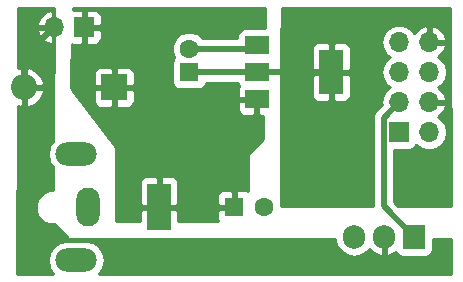
<source format=gtl>
G04 #@! TF.GenerationSoftware,KiCad,Pcbnew,5.0.2-bee76a0~70~ubuntu18.04.1*
G04 #@! TF.CreationDate,2019-03-13T17:32:59-07:00*
G04 #@! TF.ProjectId,shellbell,7368656c-6c62-4656-9c6c-2e6b69636164,rev?*
G04 #@! TF.SameCoordinates,Original*
G04 #@! TF.FileFunction,Copper,L1,Top*
G04 #@! TF.FilePolarity,Positive*
%FSLAX46Y46*%
G04 Gerber Fmt 4.6, Leading zero omitted, Abs format (unit mm)*
G04 Created by KiCad (PCBNEW 5.0.2-bee76a0~70~ubuntu18.04.1) date Wed 13 Mar 2019 05:32:59 PM PDT*
%MOMM*%
%LPD*%
G01*
G04 APERTURE LIST*
G04 #@! TA.AperFunction,ComponentPad*
%ADD10O,2.200000X2.200000*%
G04 #@! TD*
G04 #@! TA.AperFunction,ComponentPad*
%ADD11R,2.200000X2.200000*%
G04 #@! TD*
G04 #@! TA.AperFunction,SMDPad,CuDef*
%ADD12R,2.000000X1.500000*%
G04 #@! TD*
G04 #@! TA.AperFunction,SMDPad,CuDef*
%ADD13R,2.000000X3.800000*%
G04 #@! TD*
G04 #@! TA.AperFunction,ComponentPad*
%ADD14O,3.500000X2.000000*%
G04 #@! TD*
G04 #@! TA.AperFunction,ComponentPad*
%ADD15O,2.000000X3.300000*%
G04 #@! TD*
G04 #@! TA.AperFunction,ComponentPad*
%ADD16R,2.000000X4.000000*%
G04 #@! TD*
G04 #@! TA.AperFunction,ComponentPad*
%ADD17C,1.600000*%
G04 #@! TD*
G04 #@! TA.AperFunction,ComponentPad*
%ADD18R,1.600000X1.600000*%
G04 #@! TD*
G04 #@! TA.AperFunction,ComponentPad*
%ADD19O,1.700000X1.700000*%
G04 #@! TD*
G04 #@! TA.AperFunction,ComponentPad*
%ADD20R,1.700000X1.700000*%
G04 #@! TD*
G04 #@! TA.AperFunction,ComponentPad*
%ADD21O,1.905000X2.000000*%
G04 #@! TD*
G04 #@! TA.AperFunction,ComponentPad*
%ADD22R,1.905000X2.000000*%
G04 #@! TD*
G04 #@! TA.AperFunction,ViaPad*
%ADD23C,0.800000*%
G04 #@! TD*
G04 #@! TA.AperFunction,Conductor*
%ADD24C,0.500000*%
G04 #@! TD*
G04 #@! TA.AperFunction,Conductor*
%ADD25C,0.254000*%
G04 #@! TD*
G04 APERTURE END LIST*
D10*
G04 #@! TO.P,D1,2*
G04 #@! TO.N,Net-(D1-Pad2)*
X139700000Y-74930000D03*
D11*
G04 #@! TO.P,D1,1*
G04 #@! TO.N,+12V*
X147320000Y-74930000D03*
G04 #@! TD*
D12*
G04 #@! TO.P,U1,1*
G04 #@! TO.N,GND*
X159410000Y-71360000D03*
G04 #@! TO.P,U1,3*
G04 #@! TO.N,+12V*
X159410000Y-75960000D03*
G04 #@! TO.P,U1,2*
G04 #@! TO.N,+3V3*
X159410000Y-73660000D03*
D13*
X165710000Y-73660000D03*
G04 #@! TD*
D14*
G04 #@! TO.P,J1,MP*
G04 #@! TO.N,N/C*
X144130000Y-89590000D03*
X144130000Y-80590000D03*
D15*
G04 #@! TO.P,J1,2*
G04 #@! TO.N,GND*
X145130000Y-85090000D03*
D16*
G04 #@! TO.P,J1,1*
G04 #@! TO.N,+12V*
X151130000Y-85090000D03*
G04 #@! TD*
D17*
G04 #@! TO.P,C2,2*
G04 #@! TO.N,GND*
X153670000Y-71660000D03*
D18*
G04 #@! TO.P,C2,1*
G04 #@! TO.N,+3V3*
X153670000Y-73660000D03*
G04 #@! TD*
D17*
G04 #@! TO.P,C1,2*
G04 #@! TO.N,GND*
X159980000Y-85090000D03*
D18*
G04 #@! TO.P,C1,1*
G04 #@! TO.N,+12V*
X157480000Y-85090000D03*
G04 #@! TD*
D19*
G04 #@! TO.P,L1,2*
G04 #@! TO.N,Net-(D1-Pad2)*
X142240000Y-69850000D03*
D20*
G04 #@! TO.P,L1,1*
G04 #@! TO.N,+12V*
X144780000Y-69850000D03*
G04 #@! TD*
D19*
G04 #@! TO.P,J2,8*
G04 #@! TO.N,+3V3*
X173990000Y-71120000D03*
G04 #@! TO.P,J2,7*
G04 #@! TO.N,Net-(J2-Pad7)*
X171450000Y-71120000D03*
G04 #@! TO.P,J2,6*
G04 #@! TO.N,Net-(J2-Pad6)*
X173990000Y-73660000D03*
G04 #@! TO.P,J2,5*
G04 #@! TO.N,Net-(J2-Pad5)*
X171450000Y-73660000D03*
G04 #@! TO.P,J2,4*
G04 #@! TO.N,+3V3*
X173990000Y-76200000D03*
G04 #@! TO.P,J2,3*
G04 #@! TO.N,Net-(J2-Pad3)*
X171450000Y-76200000D03*
G04 #@! TO.P,J2,2*
G04 #@! TO.N,Net-(J2-Pad2)*
X173990000Y-78740000D03*
D20*
G04 #@! TO.P,J2,1*
G04 #@! TO.N,GND*
X171450000Y-78740000D03*
G04 #@! TD*
D21*
G04 #@! TO.P,Q1,3*
G04 #@! TO.N,GND*
X167640000Y-87630000D03*
G04 #@! TO.P,Q1,2*
G04 #@! TO.N,Net-(D1-Pad2)*
X170180000Y-87630000D03*
D22*
G04 #@! TO.P,Q1,1*
G04 #@! TO.N,Net-(J2-Pad3)*
X172720000Y-87630000D03*
G04 #@! TD*
D23*
G04 #@! TO.N,GND*
X167640000Y-87630000D03*
X160020000Y-85090000D03*
X160020000Y-85090000D03*
X160020000Y-85090000D03*
X160020000Y-85090000D03*
X160020000Y-85090000D03*
X160020000Y-85090000D03*
X160020000Y-85090000D03*
X167640000Y-87630000D03*
X167640000Y-87630000D03*
X167640000Y-87630000D03*
X167640000Y-87630000D03*
X167640000Y-87630000D03*
X167640000Y-87630000D03*
G04 #@! TD*
D24*
G04 #@! TO.N,Net-(J2-Pad3)*
X172720000Y-87582500D02*
X172720000Y-87630000D01*
X170149999Y-85012499D02*
X172720000Y-87582500D01*
X170149999Y-77500001D02*
X170149999Y-85012499D01*
X171450000Y-76200000D02*
X170149999Y-77500001D01*
G04 #@! TO.N,+3V3*
X153670000Y-73660000D02*
X159410000Y-73660000D01*
X159410000Y-73660000D02*
X165710000Y-73660000D01*
G04 #@! TO.N,Net-(D1-Pad2)*
X139700000Y-72390000D02*
X142240000Y-69850000D01*
X139700000Y-74930000D02*
X139700000Y-72390000D01*
G04 #@! TO.N,GND*
X159110000Y-71660000D02*
X159410000Y-71360000D01*
X153670000Y-71660000D02*
X159110000Y-71660000D01*
G04 #@! TD*
D25*
G04 #@! TO.N,+12V*
G36*
X160079243Y-69962560D02*
X158410000Y-69962560D01*
X158162235Y-70011843D01*
X157952191Y-70152191D01*
X157811843Y-70362235D01*
X157762560Y-70610000D01*
X157762560Y-70775000D01*
X154814396Y-70775000D01*
X154482862Y-70443466D01*
X153955439Y-70225000D01*
X153384561Y-70225000D01*
X152857138Y-70443466D01*
X152453466Y-70847138D01*
X152235000Y-71374561D01*
X152235000Y-71945439D01*
X152421591Y-72395910D01*
X152412191Y-72402191D01*
X152271843Y-72612235D01*
X152222560Y-72860000D01*
X152222560Y-74460000D01*
X152271843Y-74707765D01*
X152412191Y-74917809D01*
X152622235Y-75058157D01*
X152870000Y-75107440D01*
X154470000Y-75107440D01*
X154717765Y-75058157D01*
X154927809Y-74917809D01*
X155068157Y-74707765D01*
X155100533Y-74545000D01*
X157789413Y-74545000D01*
X157811843Y-74657765D01*
X157912927Y-74809047D01*
X157871673Y-74850301D01*
X157775000Y-75083690D01*
X157775000Y-75674250D01*
X157933750Y-75833000D01*
X159283000Y-75833000D01*
X159283000Y-75813000D01*
X159537000Y-75813000D01*
X159537000Y-75833000D01*
X159557000Y-75833000D01*
X159557000Y-76087000D01*
X159537000Y-76087000D01*
X159537000Y-77186250D01*
X159695750Y-77345000D01*
X159933148Y-77345000D01*
X159894037Y-79321357D01*
X158660197Y-80555197D01*
X158632667Y-80596399D01*
X158623000Y-80645000D01*
X158623000Y-83744756D01*
X158406309Y-83655000D01*
X157765750Y-83655000D01*
X157607000Y-83813750D01*
X157607000Y-84963000D01*
X157627000Y-84963000D01*
X157627000Y-85217000D01*
X157607000Y-85217000D01*
X157607000Y-85237000D01*
X157353000Y-85237000D01*
X157353000Y-85217000D01*
X156203750Y-85217000D01*
X156045000Y-85375750D01*
X156045000Y-86016310D01*
X156134756Y-86233000D01*
X152765000Y-86233000D01*
X152765000Y-85375750D01*
X152606250Y-85217000D01*
X151257000Y-85217000D01*
X151257000Y-85237000D01*
X151003000Y-85237000D01*
X151003000Y-85217000D01*
X149653750Y-85217000D01*
X149495000Y-85375750D01*
X149495000Y-86233000D01*
X147447000Y-86233000D01*
X147447000Y-82963691D01*
X149495000Y-82963691D01*
X149495000Y-84804250D01*
X149653750Y-84963000D01*
X151003000Y-84963000D01*
X151003000Y-82613750D01*
X151257000Y-82613750D01*
X151257000Y-84963000D01*
X152606250Y-84963000D01*
X152765000Y-84804250D01*
X152765000Y-84163690D01*
X156045000Y-84163690D01*
X156045000Y-84804250D01*
X156203750Y-84963000D01*
X157353000Y-84963000D01*
X157353000Y-83813750D01*
X157194250Y-83655000D01*
X156553691Y-83655000D01*
X156320302Y-83751673D01*
X156141673Y-83930301D01*
X156045000Y-84163690D01*
X152765000Y-84163690D01*
X152765000Y-82963691D01*
X152668327Y-82730302D01*
X152489699Y-82551673D01*
X152256310Y-82455000D01*
X151415750Y-82455000D01*
X151257000Y-82613750D01*
X151003000Y-82613750D01*
X150844250Y-82455000D01*
X150003690Y-82455000D01*
X149770301Y-82551673D01*
X149591673Y-82730302D01*
X149495000Y-82963691D01*
X147447000Y-82963691D01*
X147447000Y-80010000D01*
X147437333Y-79961399D01*
X147421600Y-79933800D01*
X143883063Y-75215750D01*
X145585000Y-75215750D01*
X145585000Y-76156310D01*
X145681673Y-76389699D01*
X145860302Y-76568327D01*
X146093691Y-76665000D01*
X147034250Y-76665000D01*
X147193000Y-76506250D01*
X147193000Y-75057000D01*
X147447000Y-75057000D01*
X147447000Y-76506250D01*
X147605750Y-76665000D01*
X148546309Y-76665000D01*
X148779698Y-76568327D01*
X148958327Y-76389699D01*
X149017952Y-76245750D01*
X157775000Y-76245750D01*
X157775000Y-76836310D01*
X157871673Y-77069699D01*
X158050302Y-77248327D01*
X158283691Y-77345000D01*
X159124250Y-77345000D01*
X159283000Y-77186250D01*
X159283000Y-76087000D01*
X157933750Y-76087000D01*
X157775000Y-76245750D01*
X149017952Y-76245750D01*
X149055000Y-76156310D01*
X149055000Y-75215750D01*
X148896250Y-75057000D01*
X147447000Y-75057000D01*
X147193000Y-75057000D01*
X145743750Y-75057000D01*
X145585000Y-75215750D01*
X143883063Y-75215750D01*
X143638346Y-74889462D01*
X143675850Y-73703690D01*
X145585000Y-73703690D01*
X145585000Y-74644250D01*
X145743750Y-74803000D01*
X147193000Y-74803000D01*
X147193000Y-73353750D01*
X147447000Y-73353750D01*
X147447000Y-74803000D01*
X148896250Y-74803000D01*
X149055000Y-74644250D01*
X149055000Y-73703690D01*
X148958327Y-73470301D01*
X148779698Y-73291673D01*
X148546309Y-73195000D01*
X147605750Y-73195000D01*
X147447000Y-73353750D01*
X147193000Y-73353750D01*
X147034250Y-73195000D01*
X146093691Y-73195000D01*
X145860302Y-73291673D01*
X145681673Y-73470301D01*
X145585000Y-73703690D01*
X143675850Y-73703690D01*
X143751453Y-71313363D01*
X143803690Y-71335000D01*
X144494250Y-71335000D01*
X144653000Y-71176250D01*
X144653000Y-69977000D01*
X144907000Y-69977000D01*
X144907000Y-71176250D01*
X145065750Y-71335000D01*
X145756310Y-71335000D01*
X145989699Y-71238327D01*
X146168327Y-71059698D01*
X146265000Y-70826309D01*
X146265000Y-70135750D01*
X146106250Y-69977000D01*
X144907000Y-69977000D01*
X144653000Y-69977000D01*
X144633000Y-69977000D01*
X144633000Y-69723000D01*
X144653000Y-69723000D01*
X144653000Y-68523750D01*
X144907000Y-68523750D01*
X144907000Y-69723000D01*
X146106250Y-69723000D01*
X146265000Y-69564250D01*
X146265000Y-68873691D01*
X146168327Y-68640302D01*
X145989699Y-68461673D01*
X145756310Y-68365000D01*
X145065750Y-68365000D01*
X144907000Y-68523750D01*
X144653000Y-68523750D01*
X144494250Y-68365000D01*
X143844705Y-68365000D01*
X143849608Y-68210000D01*
X160113925Y-68210000D01*
X160079243Y-69962560D01*
X160079243Y-69962560D01*
G37*
X160079243Y-69962560D02*
X158410000Y-69962560D01*
X158162235Y-70011843D01*
X157952191Y-70152191D01*
X157811843Y-70362235D01*
X157762560Y-70610000D01*
X157762560Y-70775000D01*
X154814396Y-70775000D01*
X154482862Y-70443466D01*
X153955439Y-70225000D01*
X153384561Y-70225000D01*
X152857138Y-70443466D01*
X152453466Y-70847138D01*
X152235000Y-71374561D01*
X152235000Y-71945439D01*
X152421591Y-72395910D01*
X152412191Y-72402191D01*
X152271843Y-72612235D01*
X152222560Y-72860000D01*
X152222560Y-74460000D01*
X152271843Y-74707765D01*
X152412191Y-74917809D01*
X152622235Y-75058157D01*
X152870000Y-75107440D01*
X154470000Y-75107440D01*
X154717765Y-75058157D01*
X154927809Y-74917809D01*
X155068157Y-74707765D01*
X155100533Y-74545000D01*
X157789413Y-74545000D01*
X157811843Y-74657765D01*
X157912927Y-74809047D01*
X157871673Y-74850301D01*
X157775000Y-75083690D01*
X157775000Y-75674250D01*
X157933750Y-75833000D01*
X159283000Y-75833000D01*
X159283000Y-75813000D01*
X159537000Y-75813000D01*
X159537000Y-75833000D01*
X159557000Y-75833000D01*
X159557000Y-76087000D01*
X159537000Y-76087000D01*
X159537000Y-77186250D01*
X159695750Y-77345000D01*
X159933148Y-77345000D01*
X159894037Y-79321357D01*
X158660197Y-80555197D01*
X158632667Y-80596399D01*
X158623000Y-80645000D01*
X158623000Y-83744756D01*
X158406309Y-83655000D01*
X157765750Y-83655000D01*
X157607000Y-83813750D01*
X157607000Y-84963000D01*
X157627000Y-84963000D01*
X157627000Y-85217000D01*
X157607000Y-85217000D01*
X157607000Y-85237000D01*
X157353000Y-85237000D01*
X157353000Y-85217000D01*
X156203750Y-85217000D01*
X156045000Y-85375750D01*
X156045000Y-86016310D01*
X156134756Y-86233000D01*
X152765000Y-86233000D01*
X152765000Y-85375750D01*
X152606250Y-85217000D01*
X151257000Y-85217000D01*
X151257000Y-85237000D01*
X151003000Y-85237000D01*
X151003000Y-85217000D01*
X149653750Y-85217000D01*
X149495000Y-85375750D01*
X149495000Y-86233000D01*
X147447000Y-86233000D01*
X147447000Y-82963691D01*
X149495000Y-82963691D01*
X149495000Y-84804250D01*
X149653750Y-84963000D01*
X151003000Y-84963000D01*
X151003000Y-82613750D01*
X151257000Y-82613750D01*
X151257000Y-84963000D01*
X152606250Y-84963000D01*
X152765000Y-84804250D01*
X152765000Y-84163690D01*
X156045000Y-84163690D01*
X156045000Y-84804250D01*
X156203750Y-84963000D01*
X157353000Y-84963000D01*
X157353000Y-83813750D01*
X157194250Y-83655000D01*
X156553691Y-83655000D01*
X156320302Y-83751673D01*
X156141673Y-83930301D01*
X156045000Y-84163690D01*
X152765000Y-84163690D01*
X152765000Y-82963691D01*
X152668327Y-82730302D01*
X152489699Y-82551673D01*
X152256310Y-82455000D01*
X151415750Y-82455000D01*
X151257000Y-82613750D01*
X151003000Y-82613750D01*
X150844250Y-82455000D01*
X150003690Y-82455000D01*
X149770301Y-82551673D01*
X149591673Y-82730302D01*
X149495000Y-82963691D01*
X147447000Y-82963691D01*
X147447000Y-80010000D01*
X147437333Y-79961399D01*
X147421600Y-79933800D01*
X143883063Y-75215750D01*
X145585000Y-75215750D01*
X145585000Y-76156310D01*
X145681673Y-76389699D01*
X145860302Y-76568327D01*
X146093691Y-76665000D01*
X147034250Y-76665000D01*
X147193000Y-76506250D01*
X147193000Y-75057000D01*
X147447000Y-75057000D01*
X147447000Y-76506250D01*
X147605750Y-76665000D01*
X148546309Y-76665000D01*
X148779698Y-76568327D01*
X148958327Y-76389699D01*
X149017952Y-76245750D01*
X157775000Y-76245750D01*
X157775000Y-76836310D01*
X157871673Y-77069699D01*
X158050302Y-77248327D01*
X158283691Y-77345000D01*
X159124250Y-77345000D01*
X159283000Y-77186250D01*
X159283000Y-76087000D01*
X157933750Y-76087000D01*
X157775000Y-76245750D01*
X149017952Y-76245750D01*
X149055000Y-76156310D01*
X149055000Y-75215750D01*
X148896250Y-75057000D01*
X147447000Y-75057000D01*
X147193000Y-75057000D01*
X145743750Y-75057000D01*
X145585000Y-75215750D01*
X143883063Y-75215750D01*
X143638346Y-74889462D01*
X143675850Y-73703690D01*
X145585000Y-73703690D01*
X145585000Y-74644250D01*
X145743750Y-74803000D01*
X147193000Y-74803000D01*
X147193000Y-73353750D01*
X147447000Y-73353750D01*
X147447000Y-74803000D01*
X148896250Y-74803000D01*
X149055000Y-74644250D01*
X149055000Y-73703690D01*
X148958327Y-73470301D01*
X148779698Y-73291673D01*
X148546309Y-73195000D01*
X147605750Y-73195000D01*
X147447000Y-73353750D01*
X147193000Y-73353750D01*
X147034250Y-73195000D01*
X146093691Y-73195000D01*
X145860302Y-73291673D01*
X145681673Y-73470301D01*
X145585000Y-73703690D01*
X143675850Y-73703690D01*
X143751453Y-71313363D01*
X143803690Y-71335000D01*
X144494250Y-71335000D01*
X144653000Y-71176250D01*
X144653000Y-69977000D01*
X144907000Y-69977000D01*
X144907000Y-71176250D01*
X145065750Y-71335000D01*
X145756310Y-71335000D01*
X145989699Y-71238327D01*
X146168327Y-71059698D01*
X146265000Y-70826309D01*
X146265000Y-70135750D01*
X146106250Y-69977000D01*
X144907000Y-69977000D01*
X144653000Y-69977000D01*
X144633000Y-69977000D01*
X144633000Y-69723000D01*
X144653000Y-69723000D01*
X144653000Y-68523750D01*
X144907000Y-68523750D01*
X144907000Y-69723000D01*
X146106250Y-69723000D01*
X146265000Y-69564250D01*
X146265000Y-68873691D01*
X146168327Y-68640302D01*
X145989699Y-68461673D01*
X145756310Y-68365000D01*
X145065750Y-68365000D01*
X144907000Y-68523750D01*
X144653000Y-68523750D01*
X144494250Y-68365000D01*
X143844705Y-68365000D01*
X143849608Y-68210000D01*
X160113925Y-68210000D01*
X160079243Y-69962560D01*
G04 #@! TO.N,+3V3*
G36*
X175811884Y-84963000D02*
X171352078Y-84963000D01*
X171034999Y-84645921D01*
X171034999Y-80237440D01*
X172300000Y-80237440D01*
X172547765Y-80188157D01*
X172757809Y-80047809D01*
X172898157Y-79837765D01*
X172907184Y-79792381D01*
X172919375Y-79810625D01*
X173410582Y-80138839D01*
X173843744Y-80225000D01*
X174136256Y-80225000D01*
X174569418Y-80138839D01*
X175060625Y-79810625D01*
X175388839Y-79319418D01*
X175504092Y-78740000D01*
X175388839Y-78160582D01*
X175060625Y-77669375D01*
X174741522Y-77456157D01*
X174871358Y-77395183D01*
X175261645Y-76966924D01*
X175431476Y-76556890D01*
X175310155Y-76327000D01*
X174117000Y-76327000D01*
X174117000Y-76347000D01*
X173863000Y-76347000D01*
X173863000Y-76327000D01*
X173843000Y-76327000D01*
X173843000Y-76073000D01*
X173863000Y-76073000D01*
X173863000Y-76053000D01*
X174117000Y-76053000D01*
X174117000Y-76073000D01*
X175310155Y-76073000D01*
X175431476Y-75843110D01*
X175261645Y-75433076D01*
X174871358Y-75004817D01*
X174741522Y-74943843D01*
X175060625Y-74730625D01*
X175388839Y-74239418D01*
X175504092Y-73660000D01*
X175388839Y-73080582D01*
X175060625Y-72589375D01*
X174741522Y-72376157D01*
X174871358Y-72315183D01*
X175261645Y-71886924D01*
X175431476Y-71476890D01*
X175310155Y-71247000D01*
X174117000Y-71247000D01*
X174117000Y-71267000D01*
X173863000Y-71267000D01*
X173863000Y-71247000D01*
X173843000Y-71247000D01*
X173843000Y-70993000D01*
X173863000Y-70993000D01*
X173863000Y-69799181D01*
X174117000Y-69799181D01*
X174117000Y-70993000D01*
X175310155Y-70993000D01*
X175431476Y-70763110D01*
X175261645Y-70353076D01*
X174871358Y-69924817D01*
X174346892Y-69678514D01*
X174117000Y-69799181D01*
X173863000Y-69799181D01*
X173633108Y-69678514D01*
X173108642Y-69924817D01*
X172721353Y-70349786D01*
X172520625Y-70049375D01*
X172029418Y-69721161D01*
X171596256Y-69635000D01*
X171303744Y-69635000D01*
X170870582Y-69721161D01*
X170379375Y-70049375D01*
X170051161Y-70540582D01*
X169935908Y-71120000D01*
X170051161Y-71699418D01*
X170379375Y-72190625D01*
X170677761Y-72390000D01*
X170379375Y-72589375D01*
X170051161Y-73080582D01*
X169935908Y-73660000D01*
X170051161Y-74239418D01*
X170379375Y-74730625D01*
X170677761Y-74930000D01*
X170379375Y-75129375D01*
X170051161Y-75620582D01*
X169935908Y-76200000D01*
X169979462Y-76418960D01*
X169585846Y-76812576D01*
X169511950Y-76861952D01*
X169316347Y-77154692D01*
X169264999Y-77412837D01*
X169264999Y-77412840D01*
X169247662Y-77500001D01*
X169264999Y-77587162D01*
X169265000Y-84925334D01*
X169257508Y-84963000D01*
X161417651Y-84963000D01*
X161474021Y-73945750D01*
X164075000Y-73945750D01*
X164075000Y-75686310D01*
X164171673Y-75919699D01*
X164350302Y-76098327D01*
X164583691Y-76195000D01*
X165424250Y-76195000D01*
X165583000Y-76036250D01*
X165583000Y-73787000D01*
X165837000Y-73787000D01*
X165837000Y-76036250D01*
X165995750Y-76195000D01*
X166836309Y-76195000D01*
X167069698Y-76098327D01*
X167248327Y-75919699D01*
X167345000Y-75686310D01*
X167345000Y-73945750D01*
X167186250Y-73787000D01*
X165837000Y-73787000D01*
X165583000Y-73787000D01*
X164233750Y-73787000D01*
X164075000Y-73945750D01*
X161474021Y-73945750D01*
X161485851Y-71633690D01*
X164075000Y-71633690D01*
X164075000Y-73374250D01*
X164233750Y-73533000D01*
X165583000Y-73533000D01*
X165583000Y-71283750D01*
X165837000Y-71283750D01*
X165837000Y-73533000D01*
X167186250Y-73533000D01*
X167345000Y-73374250D01*
X167345000Y-71633690D01*
X167248327Y-71400301D01*
X167069698Y-71221673D01*
X166836309Y-71125000D01*
X165995750Y-71125000D01*
X165837000Y-71283750D01*
X165583000Y-71283750D01*
X165424250Y-71125000D01*
X164583691Y-71125000D01*
X164350302Y-71221673D01*
X164171673Y-71400301D01*
X164075000Y-71633690D01*
X161485851Y-71633690D01*
X161503369Y-68210000D01*
X175790889Y-68210000D01*
X175811884Y-84963000D01*
X175811884Y-84963000D01*
G37*
X175811884Y-84963000D02*
X171352078Y-84963000D01*
X171034999Y-84645921D01*
X171034999Y-80237440D01*
X172300000Y-80237440D01*
X172547765Y-80188157D01*
X172757809Y-80047809D01*
X172898157Y-79837765D01*
X172907184Y-79792381D01*
X172919375Y-79810625D01*
X173410582Y-80138839D01*
X173843744Y-80225000D01*
X174136256Y-80225000D01*
X174569418Y-80138839D01*
X175060625Y-79810625D01*
X175388839Y-79319418D01*
X175504092Y-78740000D01*
X175388839Y-78160582D01*
X175060625Y-77669375D01*
X174741522Y-77456157D01*
X174871358Y-77395183D01*
X175261645Y-76966924D01*
X175431476Y-76556890D01*
X175310155Y-76327000D01*
X174117000Y-76327000D01*
X174117000Y-76347000D01*
X173863000Y-76347000D01*
X173863000Y-76327000D01*
X173843000Y-76327000D01*
X173843000Y-76073000D01*
X173863000Y-76073000D01*
X173863000Y-76053000D01*
X174117000Y-76053000D01*
X174117000Y-76073000D01*
X175310155Y-76073000D01*
X175431476Y-75843110D01*
X175261645Y-75433076D01*
X174871358Y-75004817D01*
X174741522Y-74943843D01*
X175060625Y-74730625D01*
X175388839Y-74239418D01*
X175504092Y-73660000D01*
X175388839Y-73080582D01*
X175060625Y-72589375D01*
X174741522Y-72376157D01*
X174871358Y-72315183D01*
X175261645Y-71886924D01*
X175431476Y-71476890D01*
X175310155Y-71247000D01*
X174117000Y-71247000D01*
X174117000Y-71267000D01*
X173863000Y-71267000D01*
X173863000Y-71247000D01*
X173843000Y-71247000D01*
X173843000Y-70993000D01*
X173863000Y-70993000D01*
X173863000Y-69799181D01*
X174117000Y-69799181D01*
X174117000Y-70993000D01*
X175310155Y-70993000D01*
X175431476Y-70763110D01*
X175261645Y-70353076D01*
X174871358Y-69924817D01*
X174346892Y-69678514D01*
X174117000Y-69799181D01*
X173863000Y-69799181D01*
X173633108Y-69678514D01*
X173108642Y-69924817D01*
X172721353Y-70349786D01*
X172520625Y-70049375D01*
X172029418Y-69721161D01*
X171596256Y-69635000D01*
X171303744Y-69635000D01*
X170870582Y-69721161D01*
X170379375Y-70049375D01*
X170051161Y-70540582D01*
X169935908Y-71120000D01*
X170051161Y-71699418D01*
X170379375Y-72190625D01*
X170677761Y-72390000D01*
X170379375Y-72589375D01*
X170051161Y-73080582D01*
X169935908Y-73660000D01*
X170051161Y-74239418D01*
X170379375Y-74730625D01*
X170677761Y-74930000D01*
X170379375Y-75129375D01*
X170051161Y-75620582D01*
X169935908Y-76200000D01*
X169979462Y-76418960D01*
X169585846Y-76812576D01*
X169511950Y-76861952D01*
X169316347Y-77154692D01*
X169264999Y-77412837D01*
X169264999Y-77412840D01*
X169247662Y-77500001D01*
X169264999Y-77587162D01*
X169265000Y-84925334D01*
X169257508Y-84963000D01*
X161417651Y-84963000D01*
X161474021Y-73945750D01*
X164075000Y-73945750D01*
X164075000Y-75686310D01*
X164171673Y-75919699D01*
X164350302Y-76098327D01*
X164583691Y-76195000D01*
X165424250Y-76195000D01*
X165583000Y-76036250D01*
X165583000Y-73787000D01*
X165837000Y-73787000D01*
X165837000Y-76036250D01*
X165995750Y-76195000D01*
X166836309Y-76195000D01*
X167069698Y-76098327D01*
X167248327Y-75919699D01*
X167345000Y-75686310D01*
X167345000Y-73945750D01*
X167186250Y-73787000D01*
X165837000Y-73787000D01*
X165583000Y-73787000D01*
X164233750Y-73787000D01*
X164075000Y-73945750D01*
X161474021Y-73945750D01*
X161485851Y-71633690D01*
X164075000Y-71633690D01*
X164075000Y-73374250D01*
X164233750Y-73533000D01*
X165583000Y-73533000D01*
X165583000Y-71283750D01*
X165837000Y-71283750D01*
X165837000Y-73533000D01*
X167186250Y-73533000D01*
X167345000Y-73374250D01*
X167345000Y-71633690D01*
X167248327Y-71400301D01*
X167069698Y-71221673D01*
X166836309Y-71125000D01*
X165995750Y-71125000D01*
X165837000Y-71283750D01*
X165583000Y-71283750D01*
X165424250Y-71125000D01*
X164583691Y-71125000D01*
X164350302Y-71221673D01*
X164171673Y-71400301D01*
X164075000Y-71633690D01*
X161485851Y-71633690D01*
X161503369Y-68210000D01*
X175790889Y-68210000D01*
X175811884Y-84963000D01*
G04 #@! TO.N,Net-(D1-Pad2)*
G36*
X142173424Y-79452848D02*
X141839864Y-79952055D01*
X141712969Y-80590000D01*
X141839864Y-81227945D01*
X142153784Y-81697759D01*
X142136660Y-83655000D01*
X141844561Y-83655000D01*
X141317138Y-83873466D01*
X140913466Y-84277138D01*
X140695000Y-84804561D01*
X140695000Y-85375439D01*
X140913466Y-85902862D01*
X141317138Y-86306534D01*
X141844561Y-86525000D01*
X142225394Y-86525000D01*
X143420197Y-87719803D01*
X143461399Y-87747333D01*
X143510000Y-87757000D01*
X166052500Y-87757000D01*
X166052500Y-87833849D01*
X166144609Y-88296910D01*
X166495477Y-88822023D01*
X167020589Y-89172891D01*
X167640000Y-89296100D01*
X168259410Y-89172891D01*
X168784523Y-88822023D01*
X168919159Y-88620526D01*
X169313076Y-89005973D01*
X169807020Y-89220563D01*
X170053000Y-89100594D01*
X170053000Y-87757000D01*
X170307000Y-87757000D01*
X170307000Y-89100594D01*
X170552980Y-89220563D01*
X171046924Y-89005973D01*
X171172745Y-88882857D01*
X171309691Y-89087809D01*
X171519735Y-89228157D01*
X171767500Y-89277440D01*
X173672500Y-89277440D01*
X173920265Y-89228157D01*
X174130309Y-89087809D01*
X174270657Y-88877765D01*
X174319940Y-88630000D01*
X174319940Y-87757000D01*
X175815385Y-87757000D01*
X175819111Y-90730000D01*
X146084674Y-90730000D01*
X146420136Y-90227945D01*
X146547031Y-89590000D01*
X146420136Y-88952055D01*
X146058769Y-88411231D01*
X145517945Y-88049864D01*
X145041031Y-87955000D01*
X143218969Y-87955000D01*
X142742055Y-88049864D01*
X142201231Y-88411231D01*
X141839864Y-88952055D01*
X141712969Y-89590000D01*
X141839864Y-90227945D01*
X142175326Y-90730000D01*
X139142079Y-90730000D01*
X139183498Y-76564456D01*
X139303877Y-76619183D01*
X139573000Y-76501604D01*
X139573000Y-75057000D01*
X139827000Y-75057000D01*
X139827000Y-76501604D01*
X140096123Y-76619183D01*
X140712392Y-76339012D01*
X141174534Y-75844332D01*
X141389175Y-75326122D01*
X141271125Y-75057000D01*
X139827000Y-75057000D01*
X139573000Y-75057000D01*
X139553000Y-75057000D01*
X139553000Y-74803000D01*
X139573000Y-74803000D01*
X139573000Y-73358396D01*
X139827000Y-73358396D01*
X139827000Y-74803000D01*
X141271125Y-74803000D01*
X141389175Y-74533878D01*
X141174534Y-74015668D01*
X140712392Y-73520988D01*
X140096123Y-73240817D01*
X139827000Y-73358396D01*
X139573000Y-73358396D01*
X139303877Y-73240817D01*
X139193069Y-73291193D01*
X139202087Y-70206892D01*
X140798514Y-70206892D01*
X141044817Y-70731358D01*
X141473076Y-71121645D01*
X141883110Y-71291476D01*
X142113000Y-71170155D01*
X142113000Y-69977000D01*
X140919181Y-69977000D01*
X140798514Y-70206892D01*
X139202087Y-70206892D01*
X139204174Y-69493108D01*
X140798514Y-69493108D01*
X140919181Y-69723000D01*
X142113000Y-69723000D01*
X142113000Y-68529845D01*
X141883110Y-68408524D01*
X141473076Y-68578355D01*
X141044817Y-68968642D01*
X140798514Y-69493108D01*
X139204174Y-69493108D01*
X139207927Y-68210000D01*
X142271784Y-68210000D01*
X142173424Y-79452848D01*
X142173424Y-79452848D01*
G37*
X142173424Y-79452848D02*
X141839864Y-79952055D01*
X141712969Y-80590000D01*
X141839864Y-81227945D01*
X142153784Y-81697759D01*
X142136660Y-83655000D01*
X141844561Y-83655000D01*
X141317138Y-83873466D01*
X140913466Y-84277138D01*
X140695000Y-84804561D01*
X140695000Y-85375439D01*
X140913466Y-85902862D01*
X141317138Y-86306534D01*
X141844561Y-86525000D01*
X142225394Y-86525000D01*
X143420197Y-87719803D01*
X143461399Y-87747333D01*
X143510000Y-87757000D01*
X166052500Y-87757000D01*
X166052500Y-87833849D01*
X166144609Y-88296910D01*
X166495477Y-88822023D01*
X167020589Y-89172891D01*
X167640000Y-89296100D01*
X168259410Y-89172891D01*
X168784523Y-88822023D01*
X168919159Y-88620526D01*
X169313076Y-89005973D01*
X169807020Y-89220563D01*
X170053000Y-89100594D01*
X170053000Y-87757000D01*
X170307000Y-87757000D01*
X170307000Y-89100594D01*
X170552980Y-89220563D01*
X171046924Y-89005973D01*
X171172745Y-88882857D01*
X171309691Y-89087809D01*
X171519735Y-89228157D01*
X171767500Y-89277440D01*
X173672500Y-89277440D01*
X173920265Y-89228157D01*
X174130309Y-89087809D01*
X174270657Y-88877765D01*
X174319940Y-88630000D01*
X174319940Y-87757000D01*
X175815385Y-87757000D01*
X175819111Y-90730000D01*
X146084674Y-90730000D01*
X146420136Y-90227945D01*
X146547031Y-89590000D01*
X146420136Y-88952055D01*
X146058769Y-88411231D01*
X145517945Y-88049864D01*
X145041031Y-87955000D01*
X143218969Y-87955000D01*
X142742055Y-88049864D01*
X142201231Y-88411231D01*
X141839864Y-88952055D01*
X141712969Y-89590000D01*
X141839864Y-90227945D01*
X142175326Y-90730000D01*
X139142079Y-90730000D01*
X139183498Y-76564456D01*
X139303877Y-76619183D01*
X139573000Y-76501604D01*
X139573000Y-75057000D01*
X139827000Y-75057000D01*
X139827000Y-76501604D01*
X140096123Y-76619183D01*
X140712392Y-76339012D01*
X141174534Y-75844332D01*
X141389175Y-75326122D01*
X141271125Y-75057000D01*
X139827000Y-75057000D01*
X139573000Y-75057000D01*
X139553000Y-75057000D01*
X139553000Y-74803000D01*
X139573000Y-74803000D01*
X139573000Y-73358396D01*
X139827000Y-73358396D01*
X139827000Y-74803000D01*
X141271125Y-74803000D01*
X141389175Y-74533878D01*
X141174534Y-74015668D01*
X140712392Y-73520988D01*
X140096123Y-73240817D01*
X139827000Y-73358396D01*
X139573000Y-73358396D01*
X139303877Y-73240817D01*
X139193069Y-73291193D01*
X139202087Y-70206892D01*
X140798514Y-70206892D01*
X141044817Y-70731358D01*
X141473076Y-71121645D01*
X141883110Y-71291476D01*
X142113000Y-71170155D01*
X142113000Y-69977000D01*
X140919181Y-69977000D01*
X140798514Y-70206892D01*
X139202087Y-70206892D01*
X139204174Y-69493108D01*
X140798514Y-69493108D01*
X140919181Y-69723000D01*
X142113000Y-69723000D01*
X142113000Y-68529845D01*
X141883110Y-68408524D01*
X141473076Y-68578355D01*
X141044817Y-68968642D01*
X140798514Y-69493108D01*
X139204174Y-69493108D01*
X139207927Y-68210000D01*
X142271784Y-68210000D01*
X142173424Y-79452848D01*
G04 #@! TD*
M02*

</source>
